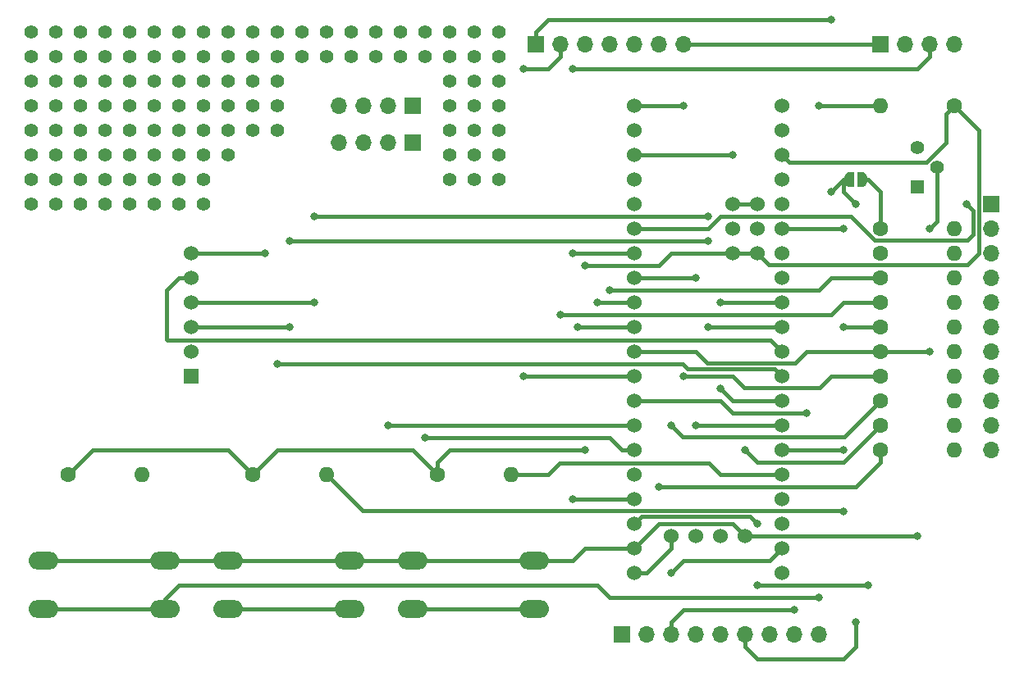
<source format=gbr>
%TF.GenerationSoftware,KiCad,Pcbnew,5.1.6-c6e7f7d~86~ubuntu16.04.1*%
%TF.CreationDate,2020-07-11T20:05:59+01:00*%
%TF.ProjectId,bluepill-pb1,626c7565-7069-46c6-9c2d-7062312e6b69,rev?*%
%TF.SameCoordinates,Original*%
%TF.FileFunction,Copper,L1,Top*%
%TF.FilePolarity,Positive*%
%FSLAX46Y46*%
G04 Gerber Fmt 4.6, Leading zero omitted, Abs format (unit mm)*
G04 Created by KiCad (PCBNEW 5.1.6-c6e7f7d~86~ubuntu16.04.1) date 2020-07-11 20:05:59*
%MOMM*%
%LPD*%
G01*
G04 APERTURE LIST*
%TA.AperFunction,ComponentPad*%
%ADD10C,1.524000*%
%TD*%
%TA.AperFunction,ComponentPad*%
%ADD11O,3.048000X1.850000*%
%TD*%
%TA.AperFunction,ComponentPad*%
%ADD12O,1.700000X1.700000*%
%TD*%
%TA.AperFunction,ComponentPad*%
%ADD13R,1.700000X1.700000*%
%TD*%
%TA.AperFunction,ComponentPad*%
%ADD14O,1.600000X1.600000*%
%TD*%
%TA.AperFunction,ComponentPad*%
%ADD15C,1.600000*%
%TD*%
%TA.AperFunction,ComponentPad*%
%ADD16C,1.397000*%
%TD*%
%TA.AperFunction,ComponentPad*%
%ADD17R,1.397000X1.397000*%
%TD*%
%TA.AperFunction,SMDPad,CuDef*%
%ADD18C,0.100000*%
%TD*%
%TA.AperFunction,ComponentPad*%
%ADD19R,1.524000X1.524000*%
%TD*%
%TA.AperFunction,ViaPad*%
%ADD20C,1.400000*%
%TD*%
%TA.AperFunction,ViaPad*%
%ADD21C,0.800000*%
%TD*%
%TA.AperFunction,Conductor*%
%ADD22C,0.400000*%
%TD*%
G04 APERTURE END LIST*
D10*
%TO.P,U1,5V*%
%TO.N,Net-(J6-Pad1)*%
X140970000Y-109220000D03*
%TO.P,U1,3V3*%
%TO.N,+3V3*%
X151130000Y-81280000D03*
%TO.P,U1,PB2*%
%TO.N,N/C*%
X151130000Y-78740000D03*
%TO.P,U1,G*%
%TO.N,GND*%
X151130000Y-76200000D03*
%TO.P,U1,3V3*%
%TO.N,+3V3*%
X153670000Y-81280000D03*
%TO.P,U1,BOOT*%
%TO.N,N/C*%
X153670000Y-78740000D03*
%TO.P,U1,G*%
%TO.N,GND*%
X153670000Y-76200000D03*
X152400000Y-110490000D03*
%TO.P,U1,PA14*%
%TO.N,N/C*%
X149860000Y-110490000D03*
%TO.P,U1,PA13*%
X147320000Y-110490000D03*
%TO.P,U1,3V3*%
%TO.N,+3V3*%
X144780000Y-110490000D03*
%TO.P,U1,G*%
%TO.N,GND*%
X156210000Y-66040000D03*
X156210000Y-68580000D03*
%TO.P,U1,3V3*%
%TO.N,+3V3*%
X156210000Y-71120000D03*
%TO.P,U1,NRST*%
%TO.N,N/C*%
X156210000Y-73660000D03*
%TO.P,U1,PB11*%
%TO.N,Net-(Q1-Pad1)*%
X156210000Y-76200000D03*
%TO.P,U1,PB10*%
%TO.N,Net-(R8-Pad1)*%
X156210000Y-78740000D03*
%TO.P,U1,PB1*%
%TO.N,Net-(J5-Pad7)*%
X156210000Y-81280000D03*
%TO.P,U1,PB0*%
%TO.N,Net-(J5-Pad6)*%
X156210000Y-83820000D03*
%TO.P,U1,PA7*%
%TO.N,Net-(A1-Pad4)*%
X156210000Y-86360000D03*
%TO.P,U1,PA6*%
%TO.N,Net-(A1-Pad3)*%
X156210000Y-88900000D03*
%TO.P,U1,PA5*%
%TO.N,Net-(A1-Pad5)*%
X156210000Y-91440000D03*
%TO.P,U1,PA4*%
%TO.N,Net-(A1-Pad6)*%
X156210000Y-93980000D03*
%TO.P,U1,PA3*%
%TO.N,Net-(J5-Pad5)*%
X156210000Y-96520000D03*
%TO.P,U1,PA2*%
%TO.N,Net-(J5-Pad4)*%
X156210000Y-99060000D03*
%TO.P,U1,PA1*%
%TO.N,Net-(R2-Pad2)*%
X156210000Y-101600000D03*
%TO.P,U1,PA0*%
%TO.N,Net-(R3-Pad2)*%
X156210000Y-104140000D03*
%TO.P,U1,PC15*%
%TO.N,Net-(R1-Pad2)*%
X156210000Y-106680000D03*
%TO.P,U1,PC14*%
%TO.N,Net-(J5-Pad3)*%
X156210000Y-109220000D03*
%TO.P,U1,PC13*%
%TO.N,Net-(J5-Pad2)*%
X156210000Y-111760000D03*
%TO.P,U1,VBAT*%
%TO.N,N/C*%
X156210000Y-114300000D03*
%TO.P,U1,3V3*%
%TO.N,+3V3*%
X140970000Y-114300000D03*
%TO.P,U1,G*%
%TO.N,GND*%
X140970000Y-111760000D03*
%TO.P,U1,PB9*%
%TO.N,Net-(R7-Pad1)*%
X140970000Y-106680000D03*
%TO.P,U1,PB8*%
%TO.N,Net-(R6-Pad1)*%
X140970000Y-104140000D03*
%TO.P,U1,PB7*%
%TO.N,Net-(J3-Pad1)*%
X140970000Y-101600000D03*
%TO.P,U1,PB6*%
%TO.N,Net-(J3-Pad2)*%
X140970000Y-99060000D03*
%TO.P,U1,PB5*%
%TO.N,Net-(J5-Pad8)*%
X140970000Y-96520000D03*
%TO.P,U1,PB4*%
%TO.N,Net-(J6-Pad2)*%
X140970000Y-93980000D03*
%TO.P,U1,PB3*%
%TO.N,Net-(Q1-Pad2)*%
X140970000Y-91440000D03*
%TO.P,U1,PA15*%
%TO.N,Net-(J6-Pad3)*%
X140970000Y-88900000D03*
%TO.P,U1,PA12*%
%TO.N,Net-(J6-Pad4)*%
X140970000Y-86360000D03*
%TO.P,U1,PA11*%
%TO.N,Net-(J6-Pad5)*%
X140970000Y-83820000D03*
%TO.P,U1,PA10*%
%TO.N,Net-(J2-Pad3)*%
X140970000Y-81280000D03*
%TO.P,U1,PA9*%
%TO.N,Net-(J2-Pad2)*%
X140970000Y-78740000D03*
%TO.P,U1,PA8*%
%TO.N,Net-(J6-Pad6)*%
X140970000Y-76200000D03*
%TO.P,U1,PB15*%
%TO.N,Net-(R13-Pad1)*%
X140970000Y-73660000D03*
%TO.P,U1,PB14*%
%TO.N,Net-(R12-Pad1)*%
X140970000Y-71120000D03*
%TO.P,U1,PB13*%
%TO.N,Net-(R11-Pad1)*%
X140970000Y-68580000D03*
%TO.P,U1,PB12*%
%TO.N,Net-(R10-Pad1)*%
X140970000Y-66040000D03*
%TD*%
D11*
%TO.P,SW2,2*%
%TO.N,Net-(R2-Pad2)*%
X99060000Y-118030000D03*
%TO.P,SW2,1*%
%TO.N,GND*%
X99060000Y-113030000D03*
%TO.P,SW2,2*%
%TO.N,Net-(R2-Pad2)*%
X111560000Y-118030000D03*
%TO.P,SW2,1*%
%TO.N,GND*%
X111560000Y-113030000D03*
%TD*%
D12*
%TO.P,J6,7*%
%TO.N,GND*%
X146050000Y-59690000D03*
%TO.P,J6,6*%
%TO.N,Net-(J6-Pad6)*%
X143510000Y-59690000D03*
%TO.P,J6,5*%
%TO.N,Net-(J6-Pad5)*%
X140970000Y-59690000D03*
%TO.P,J6,4*%
%TO.N,Net-(J6-Pad4)*%
X138430000Y-59690000D03*
%TO.P,J6,3*%
%TO.N,Net-(J6-Pad3)*%
X135890000Y-59690000D03*
%TO.P,J6,2*%
%TO.N,Net-(J6-Pad2)*%
X133350000Y-59690000D03*
D13*
%TO.P,J6,1*%
%TO.N,Net-(J6-Pad1)*%
X130810000Y-59690000D03*
%TD*%
D12*
%TO.P,J5,9*%
%TO.N,GND*%
X160020000Y-120650000D03*
%TO.P,J5,8*%
%TO.N,Net-(J5-Pad8)*%
X157480000Y-120650000D03*
%TO.P,J5,7*%
%TO.N,Net-(J5-Pad7)*%
X154940000Y-120650000D03*
%TO.P,J5,6*%
%TO.N,Net-(J5-Pad6)*%
X152400000Y-120650000D03*
%TO.P,J5,5*%
%TO.N,Net-(J5-Pad5)*%
X149860000Y-120650000D03*
%TO.P,J5,4*%
%TO.N,Net-(J5-Pad4)*%
X147320000Y-120650000D03*
%TO.P,J5,3*%
%TO.N,Net-(J5-Pad3)*%
X144780000Y-120650000D03*
%TO.P,J5,2*%
%TO.N,Net-(J5-Pad2)*%
X142240000Y-120650000D03*
D13*
%TO.P,J5,1*%
%TO.N,+3V3*%
X139700000Y-120650000D03*
%TD*%
D14*
%TO.P,R14,2*%
%TO.N,Net-(Q1-Pad1)*%
X166370000Y-66040000D03*
D15*
%TO.P,R14,1*%
%TO.N,+3V3*%
X173990000Y-66040000D03*
%TD*%
D16*
%TO.P,Q1,1*%
%TO.N,Net-(Q1-Pad1)*%
X170180000Y-70358000D03*
%TO.P,Q1,2*%
%TO.N,Net-(Q1-Pad2)*%
X172212000Y-72390000D03*
D17*
%TO.P,Q1,3*%
%TO.N,GND*%
X170180000Y-74422000D03*
%TD*%
D12*
%TO.P,J4,4*%
%TO.N,+3V3*%
X110490000Y-66040000D03*
%TO.P,J4,3*%
%TO.N,GND*%
X113030000Y-66040000D03*
%TO.P,J4,2*%
%TO.N,Net-(J3-Pad2)*%
X115570000Y-66040000D03*
D13*
%TO.P,J4,1*%
%TO.N,Net-(J3-Pad1)*%
X118110000Y-66040000D03*
%TD*%
D12*
%TO.P,J2,4*%
%TO.N,+3V3*%
X173990000Y-59690000D03*
%TO.P,J2,3*%
%TO.N,Net-(J2-Pad3)*%
X171450000Y-59690000D03*
%TO.P,J2,2*%
%TO.N,Net-(J2-Pad2)*%
X168910000Y-59690000D03*
D13*
%TO.P,J2,1*%
%TO.N,GND*%
X166370000Y-59690000D03*
%TD*%
D12*
%TO.P,J1,11*%
%TO.N,Net-(J1-Pad11)*%
X177800000Y-101600000D03*
%TO.P,J1,10*%
%TO.N,Net-(J1-Pad10)*%
X177800000Y-99060000D03*
%TO.P,J1,9*%
%TO.N,Net-(J1-Pad9)*%
X177800000Y-96520000D03*
%TO.P,J1,8*%
%TO.N,Net-(J1-Pad8)*%
X177800000Y-93980000D03*
%TO.P,J1,7*%
%TO.N,Net-(J1-Pad7)*%
X177800000Y-91440000D03*
%TO.P,J1,6*%
%TO.N,Net-(J1-Pad6)*%
X177800000Y-88900000D03*
%TO.P,J1,5*%
%TO.N,Net-(J1-Pad5)*%
X177800000Y-86360000D03*
%TO.P,J1,4*%
%TO.N,Net-(J1-Pad4)*%
X177800000Y-83820000D03*
%TO.P,J1,3*%
%TO.N,Net-(J1-Pad3)*%
X177800000Y-81280000D03*
%TO.P,J1,2*%
%TO.N,Net-(J1-Pad2)*%
X177800000Y-78740000D03*
D13*
%TO.P,J1,1*%
%TO.N,N/C*%
X177800000Y-76200000D03*
%TD*%
%TA.AperFunction,SMDPad,CuDef*%
D18*
%TO.P,JP1,2*%
%TO.N,Net-(J6-Pad1)*%
G36*
X163180000Y-74409398D02*
G01*
X163155466Y-74409398D01*
X163106635Y-74404588D01*
X163058510Y-74395016D01*
X163011555Y-74380772D01*
X162966222Y-74361995D01*
X162922949Y-74338864D01*
X162882150Y-74311604D01*
X162844221Y-74280476D01*
X162809524Y-74245779D01*
X162778396Y-74207850D01*
X162751136Y-74167051D01*
X162728005Y-74123778D01*
X162709228Y-74078445D01*
X162694984Y-74031490D01*
X162685412Y-73983365D01*
X162680602Y-73934534D01*
X162680602Y-73910000D01*
X162680000Y-73910000D01*
X162680000Y-73410000D01*
X162680602Y-73410000D01*
X162680602Y-73385466D01*
X162685412Y-73336635D01*
X162694984Y-73288510D01*
X162709228Y-73241555D01*
X162728005Y-73196222D01*
X162751136Y-73152949D01*
X162778396Y-73112150D01*
X162809524Y-73074221D01*
X162844221Y-73039524D01*
X162882150Y-73008396D01*
X162922949Y-72981136D01*
X162966222Y-72958005D01*
X163011555Y-72939228D01*
X163058510Y-72924984D01*
X163106635Y-72915412D01*
X163155466Y-72910602D01*
X163180000Y-72910602D01*
X163180000Y-72910000D01*
X163680000Y-72910000D01*
X163680000Y-74410000D01*
X163180000Y-74410000D01*
X163180000Y-74409398D01*
G37*
%TD.AperFunction*%
%TA.AperFunction,SMDPad,CuDef*%
%TO.P,JP1,1*%
%TO.N,Net-(JP1-Pad1)*%
G36*
X163980000Y-72910000D02*
G01*
X164480000Y-72910000D01*
X164480000Y-72910602D01*
X164504534Y-72910602D01*
X164553365Y-72915412D01*
X164601490Y-72924984D01*
X164648445Y-72939228D01*
X164693778Y-72958005D01*
X164737051Y-72981136D01*
X164777850Y-73008396D01*
X164815779Y-73039524D01*
X164850476Y-73074221D01*
X164881604Y-73112150D01*
X164908864Y-73152949D01*
X164931995Y-73196222D01*
X164950772Y-73241555D01*
X164965016Y-73288510D01*
X164974588Y-73336635D01*
X164979398Y-73385466D01*
X164979398Y-73410000D01*
X164980000Y-73410000D01*
X164980000Y-73910000D01*
X164979398Y-73910000D01*
X164979398Y-73934534D01*
X164974588Y-73983365D01*
X164965016Y-74031490D01*
X164950772Y-74078445D01*
X164931995Y-74123778D01*
X164908864Y-74167051D01*
X164881604Y-74207850D01*
X164850476Y-74245779D01*
X164815779Y-74280476D01*
X164777850Y-74311604D01*
X164737051Y-74338864D01*
X164693778Y-74361995D01*
X164648445Y-74380772D01*
X164601490Y-74395016D01*
X164553365Y-74404588D01*
X164504534Y-74409398D01*
X164480000Y-74409398D01*
X164480000Y-74410000D01*
X163980000Y-74410000D01*
X163980000Y-72910000D01*
G37*
%TD.AperFunction*%
%TD*%
D14*
%TO.P,R13,2*%
%TO.N,Net-(J1-Pad11)*%
X173990000Y-101600000D03*
D15*
%TO.P,R13,1*%
%TO.N,Net-(R13-Pad1)*%
X166370000Y-101600000D03*
%TD*%
D14*
%TO.P,R12,2*%
%TO.N,Net-(J1-Pad10)*%
X173990000Y-99060000D03*
D15*
%TO.P,R12,1*%
%TO.N,Net-(R12-Pad1)*%
X166370000Y-99060000D03*
%TD*%
D14*
%TO.P,R11,2*%
%TO.N,Net-(J1-Pad9)*%
X173990000Y-96520000D03*
D15*
%TO.P,R11,1*%
%TO.N,Net-(R11-Pad1)*%
X166370000Y-96520000D03*
%TD*%
D14*
%TO.P,R10,2*%
%TO.N,Net-(J1-Pad8)*%
X173990000Y-93980000D03*
D15*
%TO.P,R10,1*%
%TO.N,Net-(R10-Pad1)*%
X166370000Y-93980000D03*
%TD*%
D14*
%TO.P,R9,2*%
%TO.N,Net-(J1-Pad7)*%
X173990000Y-91440000D03*
D15*
%TO.P,R9,1*%
%TO.N,Net-(Q1-Pad2)*%
X166370000Y-91440000D03*
%TD*%
D14*
%TO.P,R8,2*%
%TO.N,Net-(J1-Pad6)*%
X173990000Y-88900000D03*
D15*
%TO.P,R8,1*%
%TO.N,Net-(R8-Pad1)*%
X166370000Y-88900000D03*
%TD*%
D14*
%TO.P,R7,2*%
%TO.N,Net-(J1-Pad5)*%
X173990000Y-86360000D03*
D15*
%TO.P,R7,1*%
%TO.N,Net-(R7-Pad1)*%
X166370000Y-86360000D03*
%TD*%
D14*
%TO.P,R6,2*%
%TO.N,Net-(J1-Pad4)*%
X173990000Y-83820000D03*
D15*
%TO.P,R6,1*%
%TO.N,Net-(R6-Pad1)*%
X166370000Y-83820000D03*
%TD*%
D14*
%TO.P,R5,2*%
%TO.N,Net-(J1-Pad3)*%
X173990000Y-81280000D03*
D15*
%TO.P,R5,1*%
%TO.N,GND*%
X166370000Y-81280000D03*
%TD*%
D14*
%TO.P,R4,2*%
%TO.N,Net-(J1-Pad2)*%
X173990000Y-78740000D03*
D15*
%TO.P,R4,1*%
%TO.N,Net-(JP1-Pad1)*%
X166370000Y-78740000D03*
%TD*%
D11*
%TO.P,SW3,2*%
%TO.N,Net-(R3-Pad2)*%
X118110000Y-118030000D03*
%TO.P,SW3,1*%
%TO.N,GND*%
X118110000Y-113030000D03*
%TO.P,SW3,2*%
%TO.N,Net-(R3-Pad2)*%
X130610000Y-118030000D03*
%TO.P,SW3,1*%
%TO.N,GND*%
X130610000Y-113030000D03*
%TD*%
%TO.P,SW1,2*%
%TO.N,Net-(R1-Pad2)*%
X80010000Y-118030000D03*
%TO.P,SW1,1*%
%TO.N,GND*%
X80010000Y-113030000D03*
%TO.P,SW1,2*%
%TO.N,Net-(R1-Pad2)*%
X92510000Y-118030000D03*
%TO.P,SW1,1*%
%TO.N,GND*%
X92510000Y-113030000D03*
%TD*%
D14*
%TO.P,R3,2*%
%TO.N,Net-(R3-Pad2)*%
X128270000Y-104140000D03*
D15*
%TO.P,R3,1*%
%TO.N,+3V3*%
X120650000Y-104140000D03*
%TD*%
D14*
%TO.P,R2,2*%
%TO.N,Net-(R2-Pad2)*%
X109220000Y-104140000D03*
D15*
%TO.P,R2,1*%
%TO.N,+3V3*%
X101600000Y-104140000D03*
%TD*%
D14*
%TO.P,R1,2*%
%TO.N,Net-(R1-Pad2)*%
X90170000Y-104140000D03*
D15*
%TO.P,R1,1*%
%TO.N,+3V3*%
X82550000Y-104140000D03*
%TD*%
D12*
%TO.P,J3,4*%
%TO.N,GND*%
X110490000Y-69850000D03*
%TO.P,J3,3*%
%TO.N,+3V3*%
X113030000Y-69850000D03*
%TO.P,J3,2*%
%TO.N,Net-(J3-Pad2)*%
X115570000Y-69850000D03*
D13*
%TO.P,J3,1*%
%TO.N,Net-(J3-Pad1)*%
X118110000Y-69850000D03*
%TD*%
D10*
%TO.P,A1,6*%
%TO.N,Net-(A1-Pad6)*%
X95250000Y-81280000D03*
%TO.P,A1,5*%
%TO.N,Net-(A1-Pad5)*%
X95250000Y-83820000D03*
%TO.P,A1,4*%
%TO.N,Net-(A1-Pad4)*%
X95250000Y-86360000D03*
%TO.P,A1,3*%
%TO.N,Net-(A1-Pad3)*%
X95250000Y-88900000D03*
%TO.P,A1,2*%
%TO.N,+3V3*%
X95250000Y-91440000D03*
D19*
%TO.P,A1,1*%
%TO.N,GND*%
X95250000Y-93980000D03*
%TD*%
D20*
%TO.N,*%
X78740000Y-58420000D03*
X78740000Y-60960000D03*
X78740000Y-63500000D03*
X78740000Y-66040000D03*
X78740000Y-68580000D03*
X78740000Y-71120000D03*
X78740000Y-73660000D03*
X78740000Y-76200000D03*
X81280000Y-76200000D03*
X81280000Y-73660000D03*
X81280000Y-71120000D03*
X81280000Y-68580000D03*
X81280000Y-66040000D03*
X81280000Y-63500000D03*
X81280000Y-60960000D03*
X81280000Y-58420000D03*
X83820000Y-58420000D03*
X83820000Y-60960000D03*
X83820000Y-63500000D03*
X83820000Y-66040000D03*
X83820000Y-68580000D03*
X83820000Y-71120000D03*
X83820000Y-73660000D03*
X83820000Y-76200000D03*
X86360000Y-76200000D03*
X86360000Y-73660000D03*
X86360000Y-71120000D03*
X86360000Y-68580000D03*
X86360000Y-66040000D03*
X86360000Y-63500000D03*
X86360000Y-60960000D03*
X86360000Y-58420000D03*
X88900000Y-58420000D03*
X88900000Y-60960000D03*
X88900000Y-63500000D03*
X88900000Y-66040000D03*
X88900000Y-68580000D03*
X88900000Y-71120000D03*
X88900000Y-73660000D03*
X88900000Y-76200000D03*
X91440000Y-76200000D03*
X91440000Y-73660000D03*
X91440000Y-71120000D03*
X91440000Y-68580000D03*
X91440000Y-66040000D03*
X91440000Y-63500000D03*
X91440000Y-60960000D03*
X91440000Y-58420000D03*
X93980000Y-58420000D03*
X93980000Y-60960000D03*
X93980000Y-63500000D03*
X93980000Y-66040000D03*
X93980000Y-68580000D03*
X93980000Y-71120000D03*
X93980000Y-73660000D03*
X93980000Y-76200000D03*
X96520000Y-76200000D03*
X96520000Y-73660000D03*
X96520000Y-71120000D03*
X96520000Y-68580000D03*
X96520000Y-66040000D03*
X96520000Y-63500000D03*
X96520000Y-60960000D03*
X96520000Y-58420000D03*
X99060000Y-58420000D03*
X99060000Y-60960000D03*
X99060000Y-63500000D03*
X99060000Y-66040000D03*
X99060000Y-68580000D03*
X99060000Y-71120000D03*
X101600000Y-58420000D03*
X101600000Y-60960000D03*
X104140000Y-60960000D03*
X104140000Y-58420000D03*
X106680000Y-58420000D03*
X106680000Y-60960000D03*
X109220000Y-60960000D03*
X109220000Y-58420000D03*
X111760000Y-58420000D03*
X111760000Y-60960000D03*
X114300000Y-60960000D03*
X114300000Y-58420000D03*
X116840000Y-58420000D03*
X116840000Y-60960000D03*
X119380000Y-60960000D03*
X119380000Y-58420000D03*
X121920000Y-58420000D03*
X121920000Y-60960000D03*
X124460000Y-60960000D03*
X124460000Y-58420000D03*
X101600000Y-63500000D03*
X101600000Y-66040000D03*
X101600000Y-68580000D03*
X104140000Y-68580000D03*
X104140000Y-66040000D03*
X104140000Y-63500000D03*
X124460000Y-63500000D03*
X127000000Y-63500000D03*
X121920000Y-63500000D03*
X121920000Y-66040000D03*
X124460000Y-66040000D03*
X127000000Y-66040000D03*
X127000000Y-60960000D03*
X127000000Y-58420000D03*
X121920000Y-68580000D03*
X124460000Y-68580000D03*
X127000000Y-68580000D03*
X127000000Y-71120000D03*
X121920000Y-71120000D03*
X124460000Y-71120000D03*
X121920000Y-73660000D03*
X124460000Y-73660000D03*
X127000000Y-73660000D03*
D21*
%TO.N,Net-(A1-Pad6)*%
X104140000Y-92710000D03*
X102870000Y-81280000D03*
%TO.N,Net-(A1-Pad4)*%
X149860000Y-86360000D03*
X148590000Y-77470000D03*
X107950000Y-77470000D03*
X107950000Y-86360000D03*
%TO.N,Net-(A1-Pad3)*%
X148590000Y-88900000D03*
X105410000Y-80010000D03*
X105410000Y-88900000D03*
X148590000Y-80010000D03*
%TO.N,Net-(J2-Pad3)*%
X134620000Y-62230000D03*
X134620000Y-81280000D03*
%TO.N,Net-(J2-Pad2)*%
X175260000Y-76200000D03*
%TO.N,+3V3*%
X135890000Y-101600000D03*
X135890000Y-82550000D03*
%TO.N,GND*%
X170180000Y-110490000D03*
%TO.N,Net-(R1-Pad2)*%
X160020000Y-116840000D03*
%TO.N,Net-(R2-Pad2)*%
X162560000Y-107950000D03*
X162560000Y-101600000D03*
%TO.N,Net-(J3-Pad2)*%
X115570000Y-99060000D03*
%TO.N,Net-(J3-Pad1)*%
X119380000Y-100330000D03*
%TO.N,Net-(R6-Pad1)*%
X138430000Y-85090000D03*
%TO.N,Net-(R7-Pad1)*%
X133350000Y-87630000D03*
X134620000Y-106680000D03*
%TO.N,Net-(R8-Pad1)*%
X162560000Y-78740000D03*
X162560000Y-88900000D03*
%TO.N,Net-(R10-Pad1)*%
X146050000Y-66040000D03*
X146050000Y-93980000D03*
%TO.N,Net-(R11-Pad1)*%
X144780000Y-99060000D03*
%TO.N,Net-(R12-Pad1)*%
X152400000Y-101600000D03*
X151130000Y-71120000D03*
%TO.N,Net-(R13-Pad1)*%
X143510000Y-105410000D03*
%TO.N,Net-(J5-Pad8)*%
X158750000Y-97790000D03*
%TO.N,Net-(J5-Pad6)*%
X163830000Y-119380000D03*
%TO.N,Net-(J5-Pad5)*%
X149860000Y-95250000D03*
%TO.N,Net-(J5-Pad4)*%
X147320000Y-99060000D03*
%TO.N,Net-(J5-Pad3)*%
X157480000Y-118110000D03*
%TO.N,Net-(J5-Pad2)*%
X144780000Y-114300000D03*
%TO.N,Net-(J6-Pad5)*%
X147320000Y-83820000D03*
%TO.N,Net-(J6-Pad4)*%
X137160000Y-86360000D03*
%TO.N,Net-(J6-Pad3)*%
X135090000Y-88900000D03*
%TO.N,Net-(J6-Pad2)*%
X129540000Y-93980000D03*
X129540000Y-62230000D03*
%TO.N,Net-(J6-Pad1)*%
X153670000Y-109220000D03*
X153670000Y-115570000D03*
X165100000Y-115570000D03*
X163830000Y-76200000D03*
X161290000Y-57150000D03*
X161290000Y-74930000D03*
%TO.N,Net-(Q1-Pad1)*%
X160020000Y-66040000D03*
%TO.N,Net-(Q1-Pad2)*%
X171450000Y-78740000D03*
X171450000Y-91440000D03*
%TD*%
D22*
%TO.N,Net-(A1-Pad6)*%
X102870000Y-81280000D02*
X95250000Y-81280000D01*
X145964002Y-92710000D02*
X104140000Y-92710000D01*
X146472003Y-93218001D02*
X145964002Y-92710000D01*
X155448001Y-93218001D02*
X146472003Y-93218001D01*
X156210000Y-93980000D02*
X155448001Y-93218001D01*
%TO.N,Net-(A1-Pad5)*%
X155047999Y-90277999D02*
X92817999Y-90277999D01*
X156210000Y-91440000D02*
X155047999Y-90277999D01*
X92817999Y-90277999D02*
X92710000Y-90170000D01*
X92710000Y-90170000D02*
X92710000Y-85090000D01*
X93980000Y-83820000D02*
X95250000Y-83820000D01*
X92710000Y-85090000D02*
X93980000Y-83820000D01*
%TO.N,Net-(A1-Pad4)*%
X106680000Y-86360000D02*
X95250000Y-86360000D01*
X156210000Y-86360000D02*
X149860000Y-86360000D01*
X148590000Y-77470000D02*
X107950000Y-77470000D01*
X107950000Y-86360000D02*
X106680000Y-86360000D01*
%TO.N,Net-(A1-Pad3)*%
X156210000Y-88900000D02*
X148590000Y-88900000D01*
X147320000Y-80010000D02*
X105410000Y-80010000D01*
X105410000Y-88900000D02*
X95250000Y-88900000D01*
X147320000Y-80010000D02*
X148590000Y-80010000D01*
%TO.N,Net-(J2-Pad3)*%
X171450000Y-59690000D02*
X171450000Y-60960000D01*
X170180000Y-62230000D02*
X134620000Y-62230000D01*
X171450000Y-60960000D02*
X170180000Y-62230000D01*
X140970000Y-81280000D02*
X134620000Y-81280000D01*
%TO.N,Net-(J2-Pad2)*%
X140970000Y-78740000D02*
X148590000Y-78740000D01*
X175329999Y-79940001D02*
X175929990Y-79340010D01*
X148590000Y-78740000D02*
X149860000Y-77470000D01*
X163323998Y-77470000D02*
X165793999Y-79940001D01*
X165793999Y-79940001D02*
X175329999Y-79940001D01*
X149860000Y-77470000D02*
X163323998Y-77470000D01*
X175929990Y-79340010D02*
X175929990Y-76869990D01*
X175929990Y-76869990D02*
X175260000Y-76200000D01*
%TO.N,+3V3*%
X82550000Y-104140000D02*
X85090000Y-101600000D01*
X85090000Y-101600000D02*
X99060000Y-101600000D01*
X99060000Y-101600000D02*
X101600000Y-104140000D01*
X101600000Y-104140000D02*
X104140000Y-101600000D01*
X104140000Y-101600000D02*
X118110000Y-101600000D01*
X118110000Y-101600000D02*
X120650000Y-104140000D01*
X120650000Y-104140000D02*
X120650000Y-102870000D01*
X120650000Y-102870000D02*
X121920000Y-101600000D01*
X121920000Y-101600000D02*
X135890000Y-101600000D01*
X153670000Y-81280000D02*
X151130000Y-81280000D01*
X144780000Y-110490000D02*
X144780000Y-111760000D01*
X142240000Y-114300000D02*
X140970000Y-114300000D01*
X144780000Y-111760000D02*
X142240000Y-114300000D01*
X156971999Y-71881999D02*
X171094219Y-71881999D01*
X171094219Y-71881999D02*
X173126218Y-69850000D01*
X156210000Y-71120000D02*
X156971999Y-71881999D01*
X173126218Y-66903782D02*
X173990000Y-66040000D01*
X173126218Y-69850000D02*
X173126218Y-66903782D01*
X154870001Y-82480001D02*
X175329999Y-82480001D01*
X153670000Y-81280000D02*
X154870001Y-82480001D01*
X175329999Y-82480001D02*
X176530000Y-81280000D01*
X176530000Y-68580000D02*
X173990000Y-66040000D01*
X176530000Y-81280000D02*
X176530000Y-68580000D01*
X151130000Y-81280000D02*
X144780000Y-81280000D01*
X144780000Y-81280000D02*
X143510000Y-82550000D01*
X143510000Y-82550000D02*
X135890000Y-82550000D01*
%TO.N,GND*%
X157480000Y-59690000D02*
X166370000Y-59690000D01*
X80010000Y-113030000D02*
X92510000Y-113030000D01*
X92510000Y-113030000D02*
X99060000Y-113030000D01*
X99060000Y-113030000D02*
X111560000Y-113030000D01*
X111560000Y-113030000D02*
X118110000Y-113030000D01*
X118110000Y-113030000D02*
X130610000Y-113030000D01*
X130610000Y-113030000D02*
X134620000Y-113030000D01*
X135890000Y-111760000D02*
X140970000Y-111760000D01*
X134620000Y-113030000D02*
X135890000Y-111760000D01*
X153670000Y-76200000D02*
X151130000Y-76200000D01*
X170180000Y-110490000D02*
X152400000Y-110490000D01*
X152400000Y-110490000D02*
X151130000Y-109220000D01*
X151130000Y-109220000D02*
X143510000Y-109220000D01*
X143510000Y-109220000D02*
X140970000Y-111760000D01*
X146050000Y-59690000D02*
X157480000Y-59690000D01*
%TO.N,Net-(R1-Pad2)*%
X92510000Y-118030000D02*
X92790000Y-118030000D01*
X80010000Y-118030000D02*
X92510000Y-118030000D01*
X92510000Y-118030000D02*
X92510000Y-117040000D01*
X92510000Y-117040000D02*
X93980000Y-115570000D01*
X93980000Y-115570000D02*
X137160000Y-115570000D01*
X137160000Y-115570000D02*
X138430000Y-116840000D01*
X138430000Y-116840000D02*
X160020000Y-116840000D01*
%TO.N,Net-(R2-Pad2)*%
X99060000Y-118030000D02*
X111560000Y-118030000D01*
X109220000Y-104140000D02*
X110420001Y-105340001D01*
X162452001Y-107842001D02*
X162560000Y-107950000D01*
X112922001Y-107842001D02*
X162452001Y-107842001D01*
X110420001Y-105340001D02*
X112922001Y-107842001D01*
X162560000Y-101600000D02*
X156210000Y-101600000D01*
%TO.N,Net-(R3-Pad2)*%
X118110000Y-118030000D02*
X130610000Y-118030000D01*
X156210000Y-104140000D02*
X149860000Y-104140000D01*
X148697999Y-102977999D02*
X133242001Y-102977999D01*
X149860000Y-104140000D02*
X148697999Y-102977999D01*
X132080000Y-104140000D02*
X128270000Y-104140000D01*
X133242001Y-102977999D02*
X132080000Y-104140000D01*
%TO.N,Net-(J3-Pad2)*%
X140970000Y-99060000D02*
X115570000Y-99060000D01*
%TO.N,Net-(J3-Pad1)*%
X140970000Y-101600000D02*
X139700000Y-101600000D01*
X138430000Y-100330000D02*
X119380000Y-100330000D01*
X139700000Y-101600000D02*
X138430000Y-100330000D01*
%TO.N,Net-(JP1-Pad1)*%
X164480000Y-73660000D02*
X165100000Y-73660000D01*
X166370000Y-74930000D02*
X166370000Y-78740000D01*
X165100000Y-73660000D02*
X166370000Y-74930000D01*
%TO.N,Net-(R6-Pad1)*%
X166370000Y-83820000D02*
X161290000Y-83820000D01*
X160020000Y-85090000D02*
X138430000Y-85090000D01*
X161290000Y-83820000D02*
X160020000Y-85090000D01*
%TO.N,Net-(R7-Pad1)*%
X166370000Y-86360000D02*
X162560000Y-86360000D01*
X161290000Y-87630000D02*
X133350000Y-87630000D01*
X162560000Y-86360000D02*
X161290000Y-87630000D01*
X134620000Y-106680000D02*
X140970000Y-106680000D01*
%TO.N,Net-(R8-Pad1)*%
X156210000Y-78740000D02*
X162560000Y-78740000D01*
X162560000Y-88900000D02*
X166370000Y-88900000D01*
%TO.N,Net-(R10-Pad1)*%
X140970000Y-66040000D02*
X146050000Y-66040000D01*
X146050000Y-93980000D02*
X151130000Y-93980000D01*
X152292001Y-95142001D02*
X160127999Y-95142001D01*
X151130000Y-93980000D02*
X152292001Y-95142001D01*
X161290000Y-93980000D02*
X166370000Y-93980000D01*
X160127999Y-95142001D02*
X161290000Y-93980000D01*
%TO.N,Net-(R11-Pad1)*%
X145942001Y-100222001D02*
X144780000Y-99060000D01*
X162667999Y-100222001D02*
X145942001Y-100222001D01*
X166370000Y-96520000D02*
X162667999Y-100222001D01*
%TO.N,Net-(R12-Pad1)*%
X166370000Y-99060000D02*
X162560000Y-102870000D01*
X153670000Y-102870000D02*
X152400000Y-101600000D01*
X162560000Y-102870000D02*
X153670000Y-102870000D01*
X151130000Y-71120000D02*
X140970000Y-71120000D01*
%TO.N,Net-(R13-Pad1)*%
X166370000Y-101600000D02*
X166370000Y-102870000D01*
X163830000Y-105410000D02*
X143510000Y-105410000D01*
X166370000Y-102870000D02*
X163830000Y-105410000D01*
%TO.N,Net-(J5-Pad8)*%
X140970000Y-96520000D02*
X149860000Y-96520000D01*
X149860000Y-96520000D02*
X151130000Y-97790000D01*
X151130000Y-97790000D02*
X158750000Y-97790000D01*
%TO.N,Net-(J5-Pad6)*%
X163830000Y-119380000D02*
X163830000Y-121920000D01*
X163830000Y-121920000D02*
X162560000Y-123190000D01*
X162560000Y-123190000D02*
X153670000Y-123190000D01*
X152400000Y-121920000D02*
X152400000Y-120650000D01*
X153670000Y-123190000D02*
X152400000Y-121920000D01*
%TO.N,Net-(J5-Pad5)*%
X156210000Y-96520000D02*
X151130000Y-96520000D01*
X151130000Y-96520000D02*
X149860000Y-95250000D01*
%TO.N,Net-(J5-Pad4)*%
X156210000Y-99060000D02*
X147320000Y-99060000D01*
%TO.N,Net-(J5-Pad3)*%
X157480000Y-118110000D02*
X146050000Y-118110000D01*
X144780000Y-119380000D02*
X144780000Y-120650000D01*
X146050000Y-118110000D02*
X144780000Y-119380000D01*
%TO.N,Net-(J5-Pad2)*%
X144780000Y-114300000D02*
X146050000Y-113030000D01*
X154940000Y-113030000D02*
X156210000Y-111760000D01*
X146050000Y-113030000D02*
X154940000Y-113030000D01*
%TO.N,Net-(J6-Pad5)*%
X140970000Y-83820000D02*
X147320000Y-83820000D01*
%TO.N,Net-(J6-Pad4)*%
X140970000Y-86360000D02*
X137160000Y-86360000D01*
%TO.N,Net-(J6-Pad3)*%
X140970000Y-88900000D02*
X135090000Y-88900000D01*
%TO.N,Net-(J6-Pad2)*%
X140970000Y-93980000D02*
X129540000Y-93980000D01*
X129540000Y-62230000D02*
X132080000Y-62230000D01*
X133350000Y-60960000D02*
X133350000Y-59690000D01*
X132080000Y-62230000D02*
X133350000Y-60960000D01*
%TO.N,Net-(J6-Pad1)*%
X152908001Y-108458001D02*
X153670000Y-109220000D01*
X141731999Y-108458001D02*
X152908001Y-108458001D01*
X140970000Y-109220000D02*
X141731999Y-108458001D01*
X153670000Y-115570000D02*
X165100000Y-115570000D01*
X163830000Y-76200000D02*
X162560000Y-74930000D01*
X162560000Y-74930000D02*
X162560000Y-73660000D01*
X130810000Y-59690000D02*
X130810000Y-58420000D01*
X132080000Y-57150000D02*
X161290000Y-57150000D01*
X130810000Y-58420000D02*
X132080000Y-57150000D01*
X161290000Y-74930000D02*
X162560000Y-73660000D01*
X162560000Y-73660000D02*
X163180000Y-73660000D01*
%TO.N,Net-(Q1-Pad1)*%
X166370000Y-66040000D02*
X160020000Y-66040000D01*
%TO.N,Net-(Q1-Pad2)*%
X172212000Y-77978000D02*
X171450000Y-78740000D01*
X172212000Y-72390000D02*
X172212000Y-77978000D01*
X171450000Y-91440000D02*
X166370000Y-91440000D01*
X166370000Y-91440000D02*
X158750000Y-91440000D01*
X157587999Y-92602001D02*
X148482001Y-92602001D01*
X158750000Y-91440000D02*
X157587999Y-92602001D01*
X147320000Y-91440000D02*
X140970000Y-91440000D01*
X148482001Y-92602001D02*
X147320000Y-91440000D01*
%TD*%
M02*

</source>
